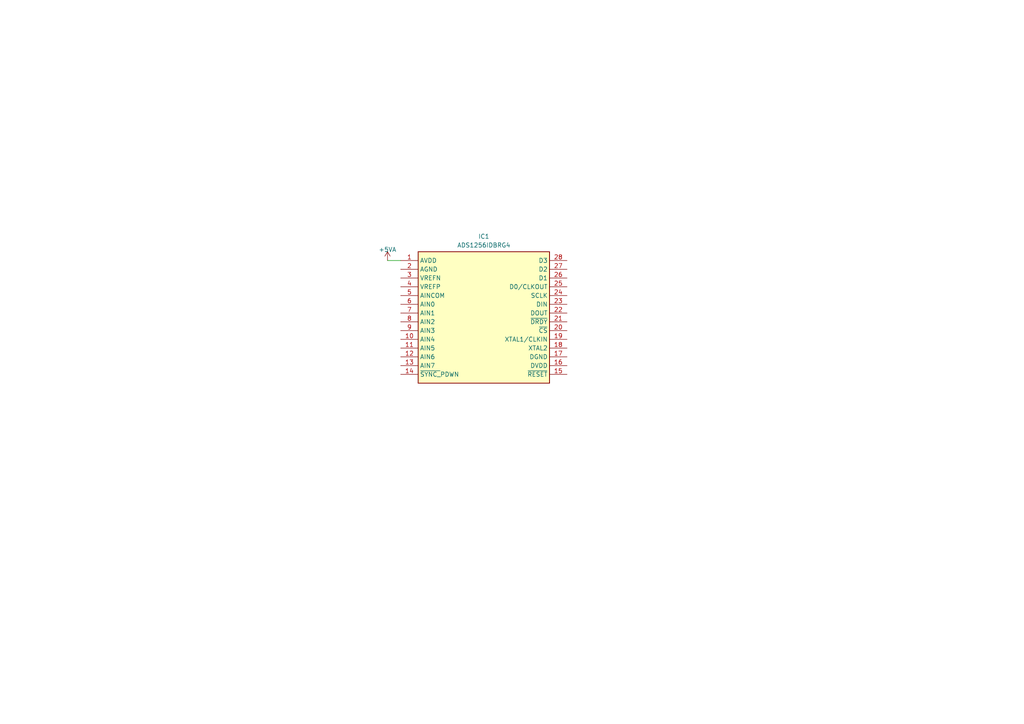
<source format=kicad_sch>
(kicad_sch (version 20230121) (generator eeschema)

  (uuid e2dd43f9-7010-4ecd-89d2-ba277c6aa55f)

  (paper "A4")

  (lib_symbols
    (symbol "ADS1256IDBRG4:ADS1256IDBRG4" (in_bom yes) (on_board yes)
      (property "Reference" "IC" (at 44.45 7.62 0)
        (effects (font (size 1.27 1.27)) (justify left top))
      )
      (property "Value" "ADS1256IDBRG4" (at 44.45 5.08 0)
        (effects (font (size 1.27 1.27)) (justify left top))
      )
      (property "Footprint" "Package_SO:SSOP-28_5.3x10.2mm_P0.65mm" (at 44.45 -94.92 0)
        (effects (font (size 1.27 1.27)) (justify left top) hide)
      )
      (property "Datasheet" "http://www.ti.com/general/docs/suppproductinfo.tsp?distId=10&gotoUrl=http%3A%2F%2Fwww.ti.com%2Flit%2Fgpn%2Fads1255" (at 44.45 -194.92 0)
        (effects (font (size 1.27 1.27)) (justify left top) hide)
      )
      (property "Height" "2" (at 44.45 -394.92 0)
        (effects (font (size 1.27 1.27)) (justify left top) hide)
      )
      (property "Mouser Part Number" "595-ADS1256IDBRG4" (at 44.45 -494.92 0)
        (effects (font (size 1.27 1.27)) (justify left top) hide)
      )
      (property "Mouser Price/Stock" "https://www.mouser.co.uk/ProductDetail/Texas-Instruments/ADS1256IDBRG4?qs=RaXRGs7zCv5ObIuDKg3aFg%3D%3D" (at 44.45 -594.92 0)
        (effects (font (size 1.27 1.27)) (justify left top) hide)
      )
      (property "Manufacturer_Name" "Texas Instruments" (at 44.45 -694.92 0)
        (effects (font (size 1.27 1.27)) (justify left top) hide)
      )
      (property "Manufacturer_Part_Number" "ADS1256IDBRG4" (at 44.45 -794.92 0)
        (effects (font (size 1.27 1.27)) (justify left top) hide)
      )
      (property "ki_description" "Analog to Digital Converters - ADC 24Bit 30kSPS Very Lo-Noise Delta-Sigma" (at 0 0 0)
        (effects (font (size 1.27 1.27)) hide)
      )
      (symbol "ADS1256IDBRG4_1_1"
        (rectangle (start 5.08 2.54) (end 43.18 -35.56)
          (stroke (width 0.254) (type default))
          (fill (type background))
        )
        (pin passive line (at 0 0 0) (length 5.08)
          (name "AVDD" (effects (font (size 1.27 1.27))))
          (number "1" (effects (font (size 1.27 1.27))))
        )
        (pin passive line (at 0 -22.86 0) (length 5.08)
          (name "AIN4" (effects (font (size 1.27 1.27))))
          (number "10" (effects (font (size 1.27 1.27))))
        )
        (pin passive line (at 0 -25.4 0) (length 5.08)
          (name "AIN5" (effects (font (size 1.27 1.27))))
          (number "11" (effects (font (size 1.27 1.27))))
        )
        (pin passive line (at 0 -27.94 0) (length 5.08)
          (name "AIN6" (effects (font (size 1.27 1.27))))
          (number "12" (effects (font (size 1.27 1.27))))
        )
        (pin passive line (at 0 -30.48 0) (length 5.08)
          (name "AIN7" (effects (font (size 1.27 1.27))))
          (number "13" (effects (font (size 1.27 1.27))))
        )
        (pin passive line (at 0 -33.02 0) (length 5.08)
          (name "~{SYNC_}PDWN" (effects (font (size 1.27 1.27))))
          (number "14" (effects (font (size 1.27 1.27))))
        )
        (pin passive line (at 48.26 -33.02 180) (length 5.08)
          (name "~{RESET}" (effects (font (size 1.27 1.27))))
          (number "15" (effects (font (size 1.27 1.27))))
        )
        (pin passive line (at 48.26 -30.48 180) (length 5.08)
          (name "DVDD" (effects (font (size 1.27 1.27))))
          (number "16" (effects (font (size 1.27 1.27))))
        )
        (pin passive line (at 48.26 -27.94 180) (length 5.08)
          (name "DGND" (effects (font (size 1.27 1.27))))
          (number "17" (effects (font (size 1.27 1.27))))
        )
        (pin passive line (at 48.26 -25.4 180) (length 5.08)
          (name "XTAL2" (effects (font (size 1.27 1.27))))
          (number "18" (effects (font (size 1.27 1.27))))
        )
        (pin passive line (at 48.26 -22.86 180) (length 5.08)
          (name "XTAL1/CLKIN" (effects (font (size 1.27 1.27))))
          (number "19" (effects (font (size 1.27 1.27))))
        )
        (pin passive line (at 0 -2.54 0) (length 5.08)
          (name "AGND" (effects (font (size 1.27 1.27))))
          (number "2" (effects (font (size 1.27 1.27))))
        )
        (pin passive line (at 48.26 -20.32 180) (length 5.08)
          (name "~{CS}" (effects (font (size 1.27 1.27))))
          (number "20" (effects (font (size 1.27 1.27))))
        )
        (pin passive line (at 48.26 -17.78 180) (length 5.08)
          (name "~{DRDY}" (effects (font (size 1.27 1.27))))
          (number "21" (effects (font (size 1.27 1.27))))
        )
        (pin passive line (at 48.26 -15.24 180) (length 5.08)
          (name "DOUT" (effects (font (size 1.27 1.27))))
          (number "22" (effects (font (size 1.27 1.27))))
        )
        (pin passive line (at 48.26 -12.7 180) (length 5.08)
          (name "DIN" (effects (font (size 1.27 1.27))))
          (number "23" (effects (font (size 1.27 1.27))))
        )
        (pin passive line (at 48.26 -10.16 180) (length 5.08)
          (name "SCLK" (effects (font (size 1.27 1.27))))
          (number "24" (effects (font (size 1.27 1.27))))
        )
        (pin passive line (at 48.26 -7.62 180) (length 5.08)
          (name "D0/CLKOUT" (effects (font (size 1.27 1.27))))
          (number "25" (effects (font (size 1.27 1.27))))
        )
        (pin passive line (at 48.26 -5.08 180) (length 5.08)
          (name "D1" (effects (font (size 1.27 1.27))))
          (number "26" (effects (font (size 1.27 1.27))))
        )
        (pin passive line (at 48.26 -2.54 180) (length 5.08)
          (name "D2" (effects (font (size 1.27 1.27))))
          (number "27" (effects (font (size 1.27 1.27))))
        )
        (pin passive line (at 48.26 0 180) (length 5.08)
          (name "D3" (effects (font (size 1.27 1.27))))
          (number "28" (effects (font (size 1.27 1.27))))
        )
        (pin passive line (at 0 -5.08 0) (length 5.08)
          (name "VREFN" (effects (font (size 1.27 1.27))))
          (number "3" (effects (font (size 1.27 1.27))))
        )
        (pin passive line (at 0 -7.62 0) (length 5.08)
          (name "VREFP" (effects (font (size 1.27 1.27))))
          (number "4" (effects (font (size 1.27 1.27))))
        )
        (pin passive line (at 0 -10.16 0) (length 5.08)
          (name "AINCOM" (effects (font (size 1.27 1.27))))
          (number "5" (effects (font (size 1.27 1.27))))
        )
        (pin passive line (at 0 -12.7 0) (length 5.08)
          (name "AIN0" (effects (font (size 1.27 1.27))))
          (number "6" (effects (font (size 1.27 1.27))))
        )
        (pin passive line (at 0 -15.24 0) (length 5.08)
          (name "AIN1" (effects (font (size 1.27 1.27))))
          (number "7" (effects (font (size 1.27 1.27))))
        )
        (pin passive line (at 0 -17.78 0) (length 5.08)
          (name "AIN2" (effects (font (size 1.27 1.27))))
          (number "8" (effects (font (size 1.27 1.27))))
        )
        (pin passive line (at 0 -20.32 0) (length 5.08)
          (name "AIN3" (effects (font (size 1.27 1.27))))
          (number "9" (effects (font (size 1.27 1.27))))
        )
      )
    )
    (symbol "power:+5VA" (power) (pin_names (offset 0)) (in_bom yes) (on_board yes)
      (property "Reference" "#PWR" (at 0 -3.81 0)
        (effects (font (size 1.27 1.27)) hide)
      )
      (property "Value" "+5VA" (at 0 3.556 0)
        (effects (font (size 1.27 1.27)))
      )
      (property "Footprint" "" (at 0 0 0)
        (effects (font (size 1.27 1.27)) hide)
      )
      (property "Datasheet" "" (at 0 0 0)
        (effects (font (size 1.27 1.27)) hide)
      )
      (property "ki_keywords" "global power" (at 0 0 0)
        (effects (font (size 1.27 1.27)) hide)
      )
      (property "ki_description" "Power symbol creates a global label with name \"+5VA\"" (at 0 0 0)
        (effects (font (size 1.27 1.27)) hide)
      )
      (symbol "+5VA_0_1"
        (polyline
          (pts
            (xy -0.762 1.27)
            (xy 0 2.54)
          )
          (stroke (width 0) (type default))
          (fill (type none))
        )
        (polyline
          (pts
            (xy 0 0)
            (xy 0 2.54)
          )
          (stroke (width 0) (type default))
          (fill (type none))
        )
        (polyline
          (pts
            (xy 0 2.54)
            (xy 0.762 1.27)
          )
          (stroke (width 0) (type default))
          (fill (type none))
        )
      )
      (symbol "+5VA_1_1"
        (pin power_in line (at 0 0 90) (length 0) hide
          (name "+5VA" (effects (font (size 1.27 1.27))))
          (number "1" (effects (font (size 1.27 1.27))))
        )
      )
    )
  )


  (wire (pts (xy 112.395 75.565) (xy 116.205 75.565))
    (stroke (width 0) (type default))
    (uuid 1a365ad2-e50a-416e-af28-674d9c8c23f5)
  )

  (symbol (lib_id "power:+5VA") (at 112.395 75.565 0) (unit 1)
    (in_bom yes) (on_board yes) (dnp no) (fields_autoplaced)
    (uuid 40de12e0-ec17-4f93-9782-d7ff58a7ceb6)
    (property "Reference" "#PWR021" (at 112.395 79.375 0)
      (effects (font (size 1.27 1.27)) hide)
    )
    (property "Value" "+5VA" (at 112.395 72.39 0)
      (effects (font (size 1.27 1.27)))
    )
    (property "Footprint" "" (at 112.395 75.565 0)
      (effects (font (size 1.27 1.27)) hide)
    )
    (property "Datasheet" "" (at 112.395 75.565 0)
      (effects (font (size 1.27 1.27)) hide)
    )
    (pin "1" (uuid e19fc8d3-1ba8-4ae9-a621-4f9de08be052))
    (instances
      (project "scr23-sens-to-can"
        (path "/9d4a62b8-9a16-4c8d-8b16-7072bfb3ee3d/a8dca7ff-e971-4605-965d-4f74c3dd69be"
          (reference "#PWR021") (unit 1)
        )
      )
    )
  )

  (symbol (lib_id "ADS1256IDBRG4:ADS1256IDBRG4") (at 116.205 75.565 0) (unit 1)
    (in_bom yes) (on_board yes) (dnp no) (fields_autoplaced)
    (uuid 96ed0c6c-4696-4ae5-9423-3c3146b36bf1)
    (property "Reference" "IC1" (at 140.335 68.58 0)
      (effects (font (size 1.27 1.27)))
    )
    (property "Value" "ADS1256IDBRG4" (at 140.335 71.12 0)
      (effects (font (size 1.27 1.27)))
    )
    (property "Footprint" "Package_SO:SSOP-28_5.3x10.2mm_P0.65mm" (at 160.655 170.485 0)
      (effects (font (size 1.27 1.27)) (justify left top) hide)
    )
    (property "Datasheet" "http://www.ti.com/general/docs/suppproductinfo.tsp?distId=10&gotoUrl=http%3A%2F%2Fwww.ti.com%2Flit%2Fgpn%2Fads1255" (at 160.655 270.485 0)
      (effects (font (size 1.27 1.27)) (justify left top) hide)
    )
    (property "Height" "2" (at 160.655 470.485 0)
      (effects (font (size 1.27 1.27)) (justify left top) hide)
    )
    (property "Mouser Part Number" "595-ADS1256IDBRG4" (at 160.655 570.485 0)
      (effects (font (size 1.27 1.27)) (justify left top) hide)
    )
    (property "Mouser Price/Stock" "https://www.mouser.co.uk/ProductDetail/Texas-Instruments/ADS1256IDBRG4?qs=RaXRGs7zCv5ObIuDKg3aFg%3D%3D" (at 160.655 670.485 0)
      (effects (font (size 1.27 1.27)) (justify left top) hide)
    )
    (property "Manufacturer_Name" "Texas Instruments" (at 160.655 770.485 0)
      (effects (font (size 1.27 1.27)) (justify left top) hide)
    )
    (property "Manufacturer_Part_Number" "ADS1256IDBRG4" (at 160.655 870.485 0)
      (effects (font (size 1.27 1.27)) (justify left top) hide)
    )
    (pin "1" (uuid d210ff0d-557a-4642-8011-4d8bdde49c57))
    (pin "10" (uuid 90ffb649-85a3-4cc0-adc7-aee7d35e883e))
    (pin "11" (uuid 3eeca0c2-0959-489e-a354-ab6921bdcfd1))
    (pin "12" (uuid 483d7bdf-e1b9-4aa7-abdd-7703eef6bbfb))
    (pin "13" (uuid 9cddf61c-eb3f-4c09-8e8b-e037e765832f))
    (pin "14" (uuid b9f8b602-ddfb-4d9d-b257-c063c1ab1da1))
    (pin "15" (uuid 8f935c0b-85ca-4897-8567-2f795cc1f2b7))
    (pin "16" (uuid 8a86e395-5670-42ec-8d3c-9f8aa03610d9))
    (pin "17" (uuid 031222d0-d2fc-474e-8e7d-18e101ca52f6))
    (pin "18" (uuid 90261fcd-f492-4ceb-94bd-2fd4002d6804))
    (pin "19" (uuid 0ca56927-6689-447d-9654-a5d22b238b95))
    (pin "2" (uuid a280d6d6-62d4-4d82-9b8a-0ed27eff405c))
    (pin "20" (uuid 13b9efdb-0125-4dd8-a919-895298b7b7f8))
    (pin "21" (uuid b62efc87-188e-4671-a22c-adf87215e68a))
    (pin "22" (uuid c75b6aaa-2025-439d-b1be-281c20a7f327))
    (pin "23" (uuid 61e951f8-dcd0-4894-9ce4-b11c9cd60427))
    (pin "24" (uuid 2d34e5c8-1cee-419d-b013-e6b80046868b))
    (pin "25" (uuid f6321f60-84bf-4a1a-9761-45dcab78ef66))
    (pin "26" (uuid efa3f0e1-9035-456a-800d-bc558bbc5d3b))
    (pin "27" (uuid fbd4d5e6-ef07-4e60-a260-b9b080b5b449))
    (pin "28" (uuid c9c1dea2-85c4-4577-9b69-95396900842f))
    (pin "3" (uuid 47cef99c-de91-4d89-8327-a57c2929f1a0))
    (pin "4" (uuid c39c7d77-d367-46c9-9798-beaffed385e9))
    (pin "5" (uuid 8f28c81a-0cf0-48b9-b68a-f797705d383c))
    (pin "6" (uuid d53a15f3-6928-4400-a9b4-a746a9b98997))
    (pin "7" (uuid 84974cb0-6d40-44bc-b833-04a0e2e44b90))
    (pin "8" (uuid 5a9231fb-134e-4eac-804a-6ab9de5a8382))
    (pin "9" (uuid b0cdcfc4-a860-4401-8e6a-d5b2b443b036))
    (instances
      (project "scr23-sens-to-can"
        (path "/9d4a62b8-9a16-4c8d-8b16-7072bfb3ee3d/a8dca7ff-e971-4605-965d-4f74c3dd69be"
          (reference "IC1") (unit 1)
        )
      )
    )
  )
)

</source>
